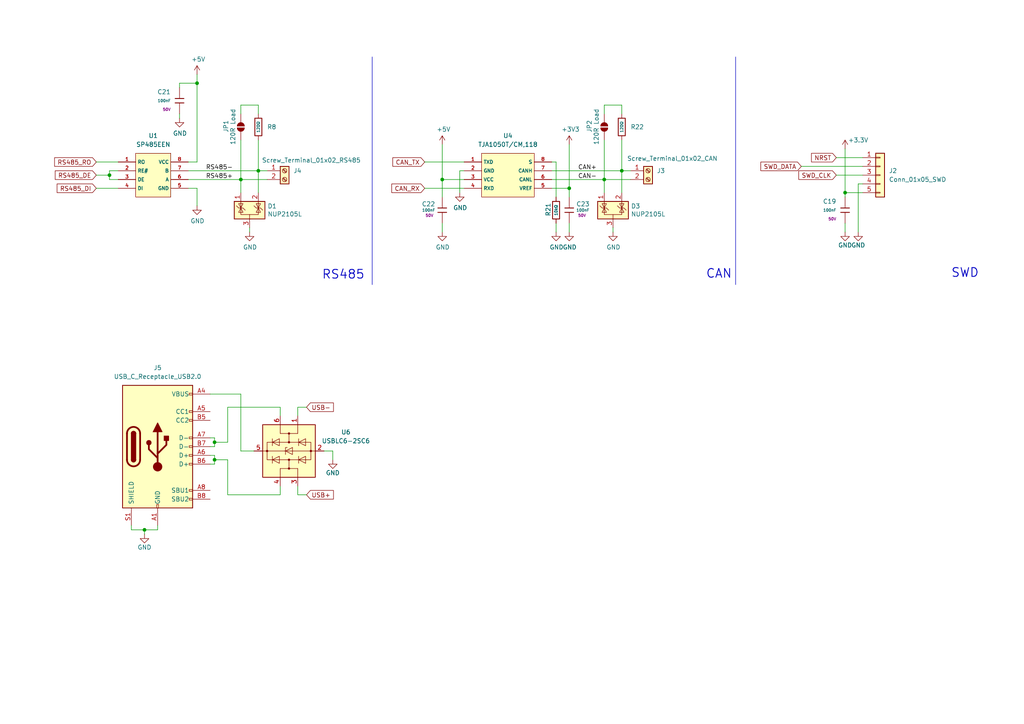
<source format=kicad_sch>
(kicad_sch (version 20250114) (generator "eeschema") (generator_version "9.0")
  (paper "A4")
  (lib_symbols
    (symbol "Connector:Screw_Terminal_01x02" (pin_names (offset 1.016) (hide yes))
      (property "Reference" "J" (at 0 2.54 0))
      (property "Value" "Screw_Terminal_01x02" (at 0 -5.08 0))
      (symbol "Screw_Terminal_01x02_1_1"
        (rectangle (start -1.27 1.27) (end 1.27 -3.81) (stroke (width 0.254)) (fill (type background)))
        (polyline (pts (xy -0.5334 0.3302) (xy 0.3302 -0.508)) (stroke (width 0.1524)))
        (polyline (pts (xy -0.5334 -2.2098) (xy 0.3302 -3.048)) (stroke (width 0.1524)))
        (polyline (pts (xy -0.3556 0.508) (xy 0.508 -0.3302)) (stroke (width 0.1524)))
        (polyline (pts (xy -0.3556 -2.032) (xy 0.508 -2.8702)) (stroke (width 0.1524)))
        (circle (center 0 0) (radius 0.635) (stroke (width 0.1524)))
        (circle (center 0 -2.54) (radius 0.635) (stroke (width 0.1524)))
        (pin passive line (at -5.08 0 0) (length 3.81) (name "Pin_1") (number "1"))
        (pin passive line (at -5.08 -2.54 0) (length 3.81) (name "Pin_2") (number "2"))
      )
    )
    (symbol "Connector:USB_C_Receptacle_USB2.0" (pin_names (offset 1.016))
      (property "Reference" "J" (at -10.16 19.05 0))
      (property "Value" "USB_C_Receptacle_USB2.0" (at 19.05 19.05 0))
      (symbol "USB_C_Receptacle_USB2.0_0_0"
        (rectangle (start -0.254 -17.78) (end 0.254 -16.764))
        (rectangle (start 10.16 15.494) (end 9.144 14.986))
        (rectangle (start 10.16 10.414) (end 9.144 9.906))
        (rectangle (start 10.16 7.874) (end 9.144 7.366))
        (rectangle (start 10.16 2.794) (end 9.144 2.286))
        (rectangle (start 10.16 0.254) (end 9.144 -0.254))
        (rectangle (start 10.16 -2.286) (end 9.144 -2.794))
        (rectangle (start 10.16 -4.826) (end 9.144 -5.334))
        (rectangle (start 10.16 -12.446) (end 9.144 -12.954))
        (rectangle (start 10.16 -14.986) (end 9.144 -15.494))
      )
      (symbol "USB_C_Receptacle_USB2.0_0_1"
        (rectangle (start -10.16 17.78) (end 10.16 -17.78) (stroke (width 0.254)) (fill (type background)))
        (polyline (pts (xy -8.89 -3.81) (xy -8.89 3.81)) (stroke (width 0.508)))
        (rectangle (start -7.62 -3.81) (end -6.35 3.81) (stroke (width 0.254)) (fill (type outline)))
        (arc (start -7.62 3.81) (mid -6.985 4.4422) (end -6.35 3.81) (stroke (width 0.254)))
        (arc (start -7.62 3.81) (mid -6.985 4.4422) (end -6.35 3.81) (stroke (width 0.254)) (fill (type outline)))
        (arc (start -8.89 3.81) (mid -6.985 5.7066) (end -5.08 3.81) (stroke (width 0.508)))
        (arc (start -5.08 -3.81) (mid -6.985 -5.7066) (end -8.89 -3.81) (stroke (width 0.508)))
        (arc (start -6.35 -3.81) (mid -6.985 -4.4422) (end -7.62 -3.81) (stroke (width 0.254)))
        (arc (start -6.35 -3.81) (mid -6.985 -4.4422) (end -7.62 -3.81) (stroke (width 0.254)) (fill (type outline)))
        (polyline (pts (xy -5.08 3.81) (xy -5.08 -3.81)) (stroke (width 0.508)))
        (circle (center -2.54 1.143) (radius 0.635) (stroke (width 0.254)) (fill (type outline)))
        (polyline (pts (xy -1.27 4.318) (xy 0 6.858) (xy 1.27 4.318) (xy -1.27 4.318)) (stroke (width 0.254)) (fill (type outline)))
        (polyline (pts (xy 0 -2.032) (xy 2.54 0.508) (xy 2.54 1.778)) (stroke (width 0.508)))
        (polyline (pts (xy 0 -3.302) (xy -2.54 -0.762) (xy -2.54 0.508)) (stroke (width 0.508)))
        (polyline (pts (xy 0 -5.842) (xy 0 4.318)) (stroke (width 0.508)))
        (circle (center 0 -5.842) (radius 1.27) (fill (type outline)))
        (rectangle (start 1.905 1.778) (end 3.175 3.048) (stroke (width 0.254)) (fill (type outline)))
      )
      (symbol "USB_C_Receptacle_USB2.0_1_1"
        (pin passive line (at -7.62 -22.86 90) (length 5.08) (name "SHIELD") (number "S1"))
        (pin passive line (at 0 -22.86 90) (length 5.08) (name "GND") (number "A1"))
        (pin passive line (at 0 -22.86 90) (length 5.08) (hide yes) (name "GND") (number "A12"))
        (pin passive line (at 0 -22.86 90) (length 5.08) (hide yes) (name "GND") (number "B1"))
        (pin passive line (at 0 -22.86 90) (length 5.08) (hide yes) (name "GND") (number "B12"))
        (pin passive line (at 15.24 15.24 180) (length 5.08) (name "VBUS") (number "A4"))
        (pin passive line (at 15.24 15.24 180) (length 5.08) (hide yes) (name "VBUS") (number "A9"))
        (pin passive line (at 15.24 15.24 180) (length 5.08) (hide yes) (name "VBUS") (number "B4"))
        (pin passive line (at 15.24 15.24 180) (length 5.08) (hide yes) (name "VBUS") (number "B9"))
        (pin bidirectional line (at 15.24 10.16 180) (length 5.08) (name "CC1") (number "A5"))
        (pin bidirectional line (at 15.24 7.62 180) (length 5.08) (name "CC2") (number "B5"))
        (pin bidirectional line (at 15.24 2.54 180) (length 5.08) (name "D-") (number "A7"))
        (pin bidirectional line (at 15.24 0 180) (length 5.08) (name "D-") (number "B7"))
        (pin bidirectional line (at 15.24 -2.54 180) (length 5.08) (name "D+") (number "A6"))
        (pin bidirectional line (at 15.24 -5.08 180) (length 5.08) (name "D+") (number "B6"))
        (pin bidirectional line (at 15.24 -12.7 180) (length 5.08) (name "SBU1") (number "A8"))
        (pin bidirectional line (at 15.24 -15.24 180) (length 5.08) (name "SBU2") (number "B8"))
      )
    )
    (symbol "Connector_Generic:Conn_01x05" (pin_names (offset 1.016) (hide yes))
      (property "Reference" "J" (at 0 7.62 0))
      (property "Value" "Conn_01x05" (at 0 -7.62 0))
      (symbol "Conn_01x05_1_1"
        (rectangle (start -1.27 6.35) (end 1.27 -6.35) (stroke (width 0.254)) (fill (type background)))
        (rectangle (start -1.27 5.207) (end 0 4.953) (stroke (width 0.1524)))
        (rectangle (start -1.27 2.667) (end 0 2.413) (stroke (width 0.1524)))
        (rectangle (start -1.27 0.127) (end 0 -0.127) (stroke (width 0.1524)))
        (rectangle (start -1.27 -2.413) (end 0 -2.667) (stroke (width 0.1524)))
        (rectangle (start -1.27 -4.953) (end 0 -5.207) (stroke (width 0.1524)))
        (pin passive line (at -5.08 5.08 0) (length 3.81) (name "Pin_1") (number "1"))
        (pin passive line (at -5.08 2.54 0) (length 3.81) (name "Pin_2") (number "2"))
        (pin passive line (at -5.08 0 0) (length 3.81) (name "Pin_3") (number "3"))
        (pin passive line (at -5.08 -2.54 0) (length 3.81) (name "Pin_4") (number "4"))
        (pin passive line (at -5.08 -5.08 0) (length 3.81) (name "Pin_5") (number "5"))
      )
    )
    (symbol "Jumper:SolderJumper_2_Open" (pin_numbers (hide yes)) (pin_names (offset 0) (hide yes)) (in_bom no)
      (property "Reference" "JP" (at 0 2.032 0))
      (property "Value" "SolderJumper_2_Open" (at 0 -2.54 0))
      (symbol "SolderJumper_2_Open_0_1"
        (polyline (pts (xy -0.254 1.016) (xy -0.254 -1.016)))
        (arc (start -0.254 -1.016) (mid -1.2656 0) (end -0.254 1.016))
        (arc (start -0.254 -1.016) (mid -1.2656 0) (end -0.254 1.016) (fill (type outline)))
        (arc (start 0.254 1.016) (mid 1.2656 0) (end 0.254 -1.016))
        (arc (start 0.254 1.016) (mid 1.2656 0) (end 0.254 -1.016) (fill (type outline)))
        (polyline (pts (xy 0.254 1.016) (xy 0.254 -1.016)))
      )
      (symbol "SolderJumper_2_Open_1_1"
        (pin passive line (at -3.81 0 0) (length 2.54) (name "A") (number "1"))
        (pin passive line (at 3.81 0 180) (length 2.54) (name "B") (number "2"))
      )
    )
    (symbol "PCM_JLCPCB-Capacitors:0603,100nF" (pin_numbers (hide yes)) (pin_names (offset 0))
      (property "Reference" "C" (at 2.032 1.668 0))
      (property "Value" "100nF" (at 2.032 -0.3782 0))
      (property "Voltage Rated" "50V" (at 2.032 -2.0462 0))
      (symbol "0603,100nF_0_1"
        (polyline (pts (xy -1.27 0.635) (xy 1.27 0.635)) (stroke (width 0.254)))
        (polyline (pts (xy -1.27 -0.635) (xy 1.27 -0.635)) (stroke (width 0.254)))
      )
      (symbol "0603,100nF_1_1"
        (pin passive line (at 0 3.81 270) (length 3.175) (name "~") (number "1"))
        (pin passive line (at 0 -3.81 90) (length 3.175) (name "~") (number "2"))
      )
    )
    (symbol "PCM_JLCPCB-Interface:Transceiver, CAN, TJA1050T"
      (property "Reference" "U" (at 0 1.27 0))
      (property "Value" "TJA1050T/CM,118" (at 0 9.144 0))
      (symbol "Transceiver, CAN, TJA1050T_0_1"
        (rectangle (start -7.62 7.62) (end 7.62 -5.08) (fill (type background)))
        (pin unspecified line (at -12.7 2.54 0) (length 5.08) (name "GND") (number "2"))
        (pin unspecified line (at -12.7 0 0) (length 5.08) (name "VCC") (number "3"))
        (pin unspecified line (at -12.7 -2.54 0) (length 5.08) (name "RXD") (number "4"))
        (pin unspecified line (at 12.7 5.08 180) (length 5.08) (name "S") (number "8"))
        (pin unspecified line (at 12.7 2.54 180) (length 5.08) (name "CANH") (number "7"))
        (pin unspecified line (at 12.7 0 180) (length 5.08) (name "CANL") (number "6"))
        (pin unspecified line (at 12.7 -2.54 180) (length 5.08) (name "VREF") (number "5"))
      )
      (symbol "Transceiver, CAN, TJA1050T_1_1"
        (pin unspecified line (at -12.7 5.08 0) (length 5.08) (name "TXD") (number "1"))
      )
    )
    (symbol "PCM_JLCPCB-Interface:Transceiver, RS485/422, 10Mbps, SP485EEN-L/TR"
      (property "Reference" "U" (at 0 1.27 0))
      (property "Value" "SP485EEN" (at 0 8.636 0))
      (symbol "Transceiver, RS485/422, 10Mbps, SP485EEN-L/TR_0_1"
        (rectangle (start -5.08 7.62) (end 5.08 -5.08) (fill (type background)))
        (pin unspecified line (at -10.16 5.08 0) (length 5.08) (name "RO") (number "1"))
        (pin unspecified line (at -10.16 2.54 0) (length 5.08) (name "RE#") (number "2"))
        (pin unspecified line (at -10.16 0 0) (length 5.08) (name "DE") (number "3"))
        (pin unspecified line (at -10.16 -2.54 0) (length 5.08) (name "DI") (number "4"))
        (pin unspecified line (at 10.16 5.08 180) (length 5.08) (name "VCC") (number "8"))
        (pin unspecified line (at 10.16 2.54 180) (length 5.08) (name "B") (number "7"))
        (pin unspecified line (at 10.16 0 180) (length 5.08) (name "A") (number "6"))
        (pin unspecified line (at 10.16 -2.54 180) (length 5.08) (name "GND") (number "5"))
      )
    )
    (symbol "PCM_JLCPCB-Resistors:0603,10kΩ" (pin_numbers (hide yes)) (pin_names (offset 0))
      (property "Reference" "R" (at 1.778 0 0))
      (property "Value" "10kΩ" (at 0 0 90))
      (symbol "0603,10kΩ_0_1"
        (rectangle (start -1.016 2.54) (end 1.016 -2.54) (stroke (width 0.254)))
      )
      (symbol "0603,10kΩ_1_1"
        (pin passive line (at 0 3.81 270) (length 1.27) (name "~") (number "1"))
        (pin passive line (at 0 -3.81 90) (length 1.27) (name "~") (number "2"))
      )
    )
    (symbol "PCM_JLCPCB-Resistors:0603,120Ω" (pin_numbers (hide yes)) (pin_names (offset 0))
      (property "Reference" "R" (at 1.778 0 0))
      (property "Value" "120Ω" (at 0 0 90))
      (symbol "0603,120Ω_0_1"
        (rectangle (start -1.016 2.54) (end 1.016 -2.54) (stroke (width 0.254)))
      )
      (symbol "0603,120Ω_1_1"
        (pin passive line (at 0 3.81 270) (length 1.27) (name "~") (number "1"))
        (pin passive line (at 0 -3.81 90) (length 1.27) (name "~") (number "2"))
      )
    )
    (symbol "Power_Protection:NUP2105L" (pin_names (hide yes))
      (property "Reference" "D" (at 5.715 2.54 0))
      (property "Value" "NUP2105L" (at 5.715 0.635 0))
      (symbol "NUP2105L_0_0"
        (pin passive line (at 0 -5.08 90) (length 2.54) (name "A") (number "3"))
      )
      (symbol "NUP2105L_0_1"
        (rectangle (start -4.445 2.54) (end 4.445 -2.54) (stroke (width 0.254)) (fill (type background)))
        (polyline (pts (xy -3.81 1.27) (xy -3.175 0.635) (xy -1.905 0.635) (xy -1.27 0)))
        (polyline (pts (xy -2.54 2.54) (xy -2.54 0.635)))
        (polyline (pts (xy -2.54 0.635) (xy -2.54 -1.27) (xy 2.54 -1.27) (xy 2.54 0.635)))
        (polyline (pts (xy -2.54 0.635) (xy -1.905 -0.635) (xy -3.175 -0.635) (xy -2.54 0.635)))
        (polyline (pts (xy -2.54 0.635) (xy -3.175 1.905) (xy -1.905 1.905) (xy -2.54 0.635) (xy -2.54 1.27)))
        (polyline (pts (xy 0 -1.27) (xy 0 -2.54)))
        (polyline (pts (xy 1.27 1.27) (xy 1.905 0.635) (xy 2.54 0.635) (xy 3.175 0.635) (xy 3.81 0)))
        (polyline (pts (xy 2.54 2.54) (xy 2.54 0.635)))
        (polyline (pts (xy 2.54 0.635) (xy 1.905 -0.635) (xy 3.175 -0.635) (xy 2.54 0.635)))
        (polyline (pts (xy 2.54 0.635) (xy 3.175 1.905) (xy 1.905 1.905) (xy 2.54 0.635)))
      )
      (symbol "NUP2105L_1_1"
        (pin passive line (at -2.54 5.08 270) (length 2.54) (name "K") (number "1"))
        (pin passive line (at 2.54 5.08 270) (length 2.54) (name "K") (number "2"))
      )
    )
    (symbol "Power_Protection:USBLC6-2SC6" (pin_names (hide yes))
      (property "Reference" "U" (at 2.54 8.89 0))
      (property "Value" "USBLC6-2SC6" (at 2.54 -8.89 0))
      (symbol "USBLC6-2SC6_0_1"
        (rectangle (start -7.62 -7.62) (end 7.62 7.62) (stroke (width 0.254)) (fill (type background)))
        (polyline (pts (xy -5.08 2.54) (xy -7.62 2.54)))
        (circle (center -5.08 0) (radius 0.254) (fill (type outline)))
        (polyline (pts (xy -5.08 0) (xy -5.08 -2.54)))
        (polyline (pts (xy -5.08 -2.54) (xy -7.62 -2.54)))
        (polyline (pts (xy -3.556 2.794) (xy -1.524 2.794) (xy -2.54 4.826) (xy -3.556 2.794)))
        (polyline (pts (xy -3.556 -4.826) (xy -1.524 -4.826) (xy -2.54 -2.794) (xy -3.556 -4.826)))
        (rectangle (start -2.54 6.35) (end 2.54 -6.35))
        (circle (center -2.54 0) (radius 0.254) (fill (type outline)))
        (polyline (pts (xy -2.54 0) (xy -5.08 0) (xy -5.08 2.54)))
        (polyline (pts (xy -1.524 4.826) (xy -3.556 4.826)))
        (polyline (pts (xy -1.524 -2.794) (xy -3.556 -2.794)))
        (polyline (pts (xy -1.016 -1.016) (xy 1.016 -1.016) (xy 0 1.016) (xy -1.016 -1.016)))
        (circle (center 0 6.35) (radius 0.254) (fill (type outline)))
        (polyline (pts (xy 0 6.35) (xy 0 7.62)))
        (polyline (pts (xy 0 1.27) (xy 0 6.35)))
        (polyline (pts (xy 0 -6.35) (xy 0 1.27)))
        (circle (center 0 -6.35) (radius 0.254) (fill (type outline)))
        (polyline (pts (xy 0 -7.62) (xy 0 -6.35)))
        (polyline (pts (xy 1.016 1.016) (xy 0.762 1.016) (xy -1.016 1.016) (xy -1.016 0.508)))
        (polyline (pts (xy 1.524 4.826) (xy 3.556 4.826)))
        (polyline (pts (xy 1.524 -2.794) (xy 3.556 -2.794)))
        (polyline (pts (xy 2.54 0) (xy 5.08 0) (xy 5.08 2.54)))
        (circle (center 2.54 0) (radius 0.254) (fill (type outline)))
        (polyline (pts (xy 3.556 2.794) (xy 1.524 2.794) (xy 2.54 4.826) (xy 3.556 2.794)))
        (polyline (pts (xy 3.556 -4.826) (xy 1.524 -4.826) (xy 2.54 -2.794) (xy 3.556 -4.826)))
        (polyline (pts (xy 5.08 2.54) (xy 7.62 2.54)))
        (polyline (pts (xy 5.08 0) (xy 5.08 -2.54)))
        (circle (center 5.08 0) (radius 0.254) (fill (type outline)))
        (polyline (pts (xy 5.08 -2.54) (xy 7.62 -2.54)))
      )
      (symbol "USBLC6-2SC6_1_1"
        (pin passive line (at -10.16 2.54 0) (length 2.54) (name "I/O1") (number "6"))
        (pin passive line (at -10.16 -2.54 0) (length 2.54) (name "I/O1") (number "1"))
        (pin passive line (at 0 10.16 270) (length 2.54) (name "VBUS") (number "5"))
        (pin passive line (at 0 -10.16 90) (length 2.54) (name "GND") (number "2"))
        (pin passive line (at 10.16 2.54 180) (length 2.54) (name "I/O2") (number "4"))
        (pin passive line (at 10.16 -2.54 180) (length 2.54) (name "I/O2") (number "3"))
      )
    )
    (symbol "allDrive-rescue:+3.3V-power" (power) (pin_names (offset 0))
      (property "Value" "+3.3V-power" (at 0 3.556 0))
      (symbol "+3.3V-power_0_1"
        (polyline (pts (xy -0.762 1.27) (xy 0 2.54)))
        (polyline (pts (xy 0 2.54) (xy 0.762 1.27)))
        (polyline (pts (xy 0 0) (xy 0 2.54)))
      )
      (symbol "+3.3V-power_1_1"
        (pin power_in line (at 0 0 90) (length 0) (hide yes) (name "+3V3") (number "1"))
      )
    )
    (symbol "power:+3.3V" (power) (pin_names (offset 0))
      (property "Value" "+3.3V" (at 0 3.556 0))
      (symbol "+3.3V_0_1"
        (polyline (pts (xy -0.762 1.27) (xy 0 2.54)))
        (polyline (pts (xy 0 2.54) (xy 0.762 1.27)))
        (polyline (pts (xy 0 0) (xy 0 2.54)))
      )
      (symbol "+3.3V_1_1"
        (pin power_in line (at 0 0 90) (length 0) (hide yes) (name "+3.3V") (number "1"))
      )
    )
    (symbol "power:+5V" (power) (pin_names (offset 0))
      (property "Value" "+5V" (at 0 3.556 0))
      (symbol "+5V_0_1"
        (polyline (pts (xy -0.762 1.27) (xy 0 2.54)))
        (polyline (pts (xy 0 2.54) (xy 0.762 1.27)))
        (polyline (pts (xy 0 0) (xy 0 2.54)))
      )
      (symbol "+5V_1_1"
        (pin power_in line (at 0 0 90) (length 0) (hide yes) (name "+5V") (number "1"))
      )
    )
    (symbol "power:GND" (power) (pin_names (offset 0))
      (property "Value" "GND" (at 0 -3.81 0))
      (symbol "GND_0_1"
        (polyline (pts (xy 0 0) (xy 0 -1.27) (xy 1.27 -1.27) (xy 0 -2.54) (xy -1.27 -1.27) (xy 0 -1.27)))
      )
      (symbol "GND_1_1"
        (pin power_in line (at 0 0 270) (length 0) (hide yes) (name "GND") (number "1"))
      )
    )
  )
  (text "RS485" (at 99.568 79.756 0) (effects (font (size 2.54 2.54) (thickness 0.254) (bold yes))))
  (text "SWD" (at 279.908 79.248 0) (effects (font (size 2.54 2.54) (thickness 0.254) (bold yes))))
  (text "CAN" (at 208.534 79.502 0) (effects (font (size 2.54 2.54) (thickness 0.254) (bold yes))))
  (junction (at 74.93 49.53))
  (junction (at 175.26 52.07))
  (junction (at 128.27 52.07))
  (junction (at 31.75 50.8))
  (junction (at 62.23 128.27))
  (junction (at 62.23 133.35))
  (junction (at 180.34 49.53))
  (junction (at 165.1 54.61))
  (junction (at 57.15 24.13))
  (junction (at 69.85 52.07))
  (junction (at 245.11 55.88))
  (junction (at 41.91 153.67))
  (wire (pts (xy 52.07 33.02) (xy 52.07 34.29)))
  (wire (pts (xy 38.1 153.67) (xy 41.91 153.67)))
  (wire (pts (xy 74.93 49.53) (xy 77.47 49.53)))
  (wire (pts (xy 57.15 21.59) (xy 57.15 24.13)))
  (wire (pts (xy 52.07 24.13) (xy 57.15 24.13)))
  (wire (pts (xy 66.04 118.11) (xy 81.28 118.11)))
  (wire (pts (xy 74.93 40.64) (xy 74.93 49.53)))
  (wire (pts (xy 69.85 52.07) (xy 69.85 55.88)))
  (wire (pts (xy 27.94 46.99) (xy 34.29 46.99)))
  (wire (pts (xy 175.26 30.48) (xy 180.34 30.48)))
  (wire (pts (xy 57.15 54.61) (xy 57.15 59.69)))
  (wire (pts (xy 38.1 152.4) (xy 38.1 153.67)))
  (wire (pts (xy 69.85 33.02) (xy 69.85 30.48)))
  (wire (pts (xy 74.93 49.53) (xy 74.93 55.88)))
  (wire (pts (xy 165.1 64.77) (xy 165.1 67.31)))
  (wire (pts (xy 175.26 52.07) (xy 175.26 40.64)))
  (wire (pts (xy 66.04 128.27) (xy 66.04 118.11)))
  (wire (pts (xy 128.27 52.07) (xy 128.27 57.15)))
  (wire (pts (xy 54.61 46.99) (xy 57.15 46.99)))
  (wire (pts (xy 57.15 46.99) (xy 57.15 24.13)))
  (wire (pts (xy 27.94 50.8) (xy 31.75 50.8)))
  (wire (pts (xy 60.96 132.08) (xy 62.23 132.08)))
  (wire (pts (xy 41.91 153.67) (xy 45.72 153.67)))
  (wire (pts (xy 165.1 41.91) (xy 165.1 54.61)))
  (wire (pts (xy 123.19 46.99) (xy 134.62 46.99)))
  (wire (pts (xy 250.19 53.34) (xy 248.92 53.34)))
  (wire (pts (xy 128.27 64.77) (xy 128.27 67.31)))
  (wire (pts (xy 69.85 130.81) (xy 73.66 130.81)))
  (wire (pts (xy 180.34 33.02) (xy 180.34 30.48)))
  (wire (pts (xy 86.36 120.65) (xy 86.36 118.11)))
  (wire (pts (xy 245.11 55.88) (xy 250.19 55.88)))
  (polyline (pts (xy 107.95 16.51) (xy 107.95 82.55)))
  (wire (pts (xy 54.61 52.07) (xy 69.85 52.07)))
  (wire (pts (xy 133.35 55.88) (xy 133.35 49.53)))
  (wire (pts (xy 96.52 130.81) (xy 96.52 133.35)))
  (wire (pts (xy 128.27 52.07) (xy 134.62 52.07)))
  (polyline (pts (xy 213.36 16.51) (xy 213.36 82.55)))
  (wire (pts (xy 62.23 133.35) (xy 62.23 134.62)))
  (wire (pts (xy 52.07 25.4) (xy 52.07 24.13)))
  (wire (pts (xy 57.15 54.61) (xy 54.61 54.61)))
  (wire (pts (xy 180.34 49.53) (xy 182.88 49.53)))
  (wire (pts (xy 133.35 49.53) (xy 134.62 49.53)))
  (wire (pts (xy 41.91 153.67) (xy 41.91 154.94)))
  (wire (pts (xy 86.36 143.51) (xy 88.9 143.51)))
  (wire (pts (xy 123.19 54.61) (xy 134.62 54.61)))
  (wire (pts (xy 245.11 64.77) (xy 245.11 67.31)))
  (wire (pts (xy 175.26 33.02) (xy 175.26 30.48)))
  (wire (pts (xy 161.29 57.15) (xy 161.29 46.99)))
  (wire (pts (xy 60.96 134.62) (xy 62.23 134.62)))
  (wire (pts (xy 31.75 49.53) (xy 31.75 50.8)))
  (wire (pts (xy 31.75 52.07) (xy 34.29 52.07)))
  (wire (pts (xy 175.26 52.07) (xy 175.26 55.88)))
  (wire (pts (xy 93.98 130.81) (xy 96.52 130.81)))
  (wire (pts (xy 248.92 53.34) (xy 248.92 67.31)))
  (wire (pts (xy 62.23 127) (xy 62.23 128.27)))
  (wire (pts (xy 45.72 153.67) (xy 45.72 152.4)))
  (wire (pts (xy 242.57 50.8) (xy 250.19 50.8)))
  (wire (pts (xy 34.29 54.61) (xy 27.94 54.61)))
  (wire (pts (xy 62.23 133.35) (xy 66.04 133.35)))
  (wire (pts (xy 62.23 128.27) (xy 66.04 128.27)))
  (wire (pts (xy 54.61 49.53) (xy 74.93 49.53)))
  (wire (pts (xy 72.39 66.04) (xy 72.39 67.31)))
  (wire (pts (xy 128.27 41.91) (xy 128.27 52.07)))
  (wire (pts (xy 69.85 114.3) (xy 69.85 130.81)))
  (wire (pts (xy 86.36 118.11) (xy 88.9 118.11)))
  (wire (pts (xy 60.96 114.3) (xy 69.85 114.3)))
  (wire (pts (xy 69.85 30.48) (xy 74.93 30.48)))
  (wire (pts (xy 31.75 50.8) (xy 31.75 52.07)))
  (wire (pts (xy 74.93 33.02) (xy 74.93 30.48)))
  (wire (pts (xy 60.96 127) (xy 62.23 127)))
  (wire (pts (xy 81.28 118.11) (xy 81.28 120.65)))
  (wire (pts (xy 81.28 143.51) (xy 81.28 140.97)))
  (wire (pts (xy 161.29 46.99) (xy 160.02 46.99)))
  (wire (pts (xy 242.57 45.72) (xy 250.19 45.72)))
  (wire (pts (xy 86.36 140.97) (xy 86.36 143.51)))
  (wire (pts (xy 69.85 52.07) (xy 69.85 40.64)))
  (wire (pts (xy 180.34 40.64) (xy 180.34 49.53)))
  (wire (pts (xy 177.8 66.04) (xy 177.8 67.31)))
  (wire (pts (xy 160.02 52.07) (xy 175.26 52.07)))
  (wire (pts (xy 161.29 64.77) (xy 161.29 67.31)))
  (wire (pts (xy 180.34 49.53) (xy 180.34 55.88)))
  (wire (pts (xy 245.11 55.88) (xy 245.11 57.15)))
  (wire (pts (xy 165.1 54.61) (xy 165.1 57.15)))
  (wire (pts (xy 34.29 49.53) (xy 31.75 49.53)))
  (wire (pts (xy 66.04 133.35) (xy 66.04 143.51)))
  (wire (pts (xy 62.23 132.08) (xy 62.23 133.35)))
  (wire (pts (xy 232.41 48.26) (xy 250.19 48.26)))
  (wire (pts (xy 69.85 52.07) (xy 77.47 52.07)))
  (wire (pts (xy 175.26 52.07) (xy 182.88 52.07)))
  (wire (pts (xy 160.02 54.61) (xy 165.1 54.61)))
  (wire (pts (xy 60.96 129.54) (xy 62.23 129.54)))
  (wire (pts (xy 62.23 128.27) (xy 62.23 129.54)))
  (wire (pts (xy 160.02 49.53) (xy 180.34 49.53)))
  (wire (pts (xy 66.04 143.51) (xy 81.28 143.51)))
  (wire (pts (xy 245.11 43.18) (xy 245.11 55.88)))
  (label "RS485+" (at 59.69 52.07 0))
  (label "CAN+" (at 167.64 49.53 0))
  (label "CAN-" (at 167.64 52.07 0))
  (label "RS485-" (at 59.69 49.53 0))
  (global_label "SWD_DATA" (shape input) (at 232.41 48.26 180) (property "Intersheetrefs" "${INTERSHEET_REFS}" (effects (hide yes))))
  (global_label "USB+" (shape input) (at 88.9 143.51 0) (property "Intersheetrefs" "${INTERSHEET_REFS}" (effects (hide yes))))
  (global_label "SWD_CLK" (shape input) (at 242.57 50.8 180) (property "Intersheetrefs" "${INTERSHEET_REFS}" (effects (hide yes))))
  (global_label "USB-" (shape input) (at 88.9 118.11 0) (property "Intersheetrefs" "${INTERSHEET_REFS}" (effects (hide yes))))
  (global_label "RS485_RO" (shape input) (at 27.94 46.99 180) (property "Intersheetrefs" "${INTERSHEET_REFS}" (effects (hide yes))))
  (global_label "RS485_DE" (shape input) (at 27.94 50.8 180) (property "Intersheetrefs" "${INTERSHEET_REFS}" (effects (hide yes))))
  (global_label "RS485_DI" (shape input) (at 27.94 54.61 180) (property "Intersheetrefs" "${INTERSHEET_REFS}" (effects (hide yes))))
  (global_label "CAN_RX" (shape input) (at 123.19 54.61 180) (property "Intersheetrefs" "${INTERSHEET_REFS}" (effects (hide yes))))
  (global_label "CAN_TX" (shape input) (at 123.19 46.99 180) (property "Intersheetrefs" "${INTERSHEET_REFS}" (effects (hide yes))))
  (global_label "NRST" (shape input) (at 242.57 45.72 180) (property "Intersheetrefs" "${INTERSHEET_REFS}" (effects (hide yes))))
  (symbol (lib_id "PCM_JLCPCB-Capacitors:0603,100nF") (at 165.1 60.96 0) (unit 1)
    (property "Reference" "C23" (at 167.132 59.182 0) (effects (justify left)))
    (property "Value" "100nF" (at 167.132 60.96 0) (effects (font (size 0.8 0.8)) (justify left)))
    (property "Footprint" "PCM_JLCPCB:C_0603" (effects (hide yes)))
    (property "Datasheet" "https://www.lcsc.com/datasheet/lcsc_datasheet_2211101700_YAGEO-CC0603KRX7R9BB104_C14663.pdf" (effects (hide yes)))
    (property "Description" "50V 100nF X7R ±10% 0603 Multilayer Ceramic Capacitors MLCC - SMD/SMT ROHS" (effects (hide yes)))
    (property "LCSC" "C14663" (effects (hide yes)))
    (property "Stock" "70324515" (effects (hide yes)))
    (property "Price" "0.006USD" (effects (hide yes)))
    (property "Process" "SMT" (effects (hide yes)))
    (property "Minimum Qty" "20" (effects (hide yes)))
    (property "Attrition Qty" "10" (effects (hide yes)))
    (property "Class" "Basic Component" (effects (hide yes)))
    (property "Category" "Capacitors,Multilayer Ceramic Capacitors MLCC - SMD/SMT" (effects (hide yes)))
    (property "Manufacturer" "YAGEO" (effects (hide yes)))
    (property "Part" "CC0603KRX7R9BB104" (effects (hide yes)))
    (property "Voltage Rated" "50V" (at 167.64 62.484 0) (effects (font (size 0.8 0.8)) (justify left)))
    (property "Tolerance" "±10%" (effects (hide yes)))
    (property "Capacitance" "100nF" (effects (hide yes)))
    (property "Temperature Coefficient" "X7R" (effects (hide yes)))
  )
  (symbol (lib_id "power:GND") (at 57.15 59.69 0) (unit 1)
    (property "Reference" "#PWR0145" (effects (hide yes)))
    (property "Value" "GND" (at 57.277 64.0842 0))
  )
  (symbol (lib_id "PCM_JLCPCB-Resistors:0603,120Ω") (at 74.93 36.83 0) (unit 1)
    (property "Reference" "R8" (at 77.47 36.8299 0) (effects (justify left)))
    (property "Value" "120Ω" (at 74.93 36.83 90) (effects (font (size 0.8 0.8))))
    (property "Footprint" "PCM_JLCPCB:R_0603" (effects (hide yes)))
    (property "Datasheet" "https://www.lcsc.com/datasheet/lcsc_datasheet_2206010130_UNI-ROYAL-Uniroyal-Elec-0603WAF1200T5E_C22787.pdf" (effects (hide yes)))
    (property "Description" "100mW Thick Film Resistors 75V ±100ppm/°C ±1% 120Ω 0603 Chip Resistor - Surface Mount ROHS" (effects (hide yes)))
    (property "LCSC" "C22787" (effects (hide yes)))
    (property "Stock" "1670032" (effects (hide yes)))
    (property "Price" "0.004USD" (effects (hide yes)))
    (property "Process" "SMT" (effects (hide yes)))
    (property "Minimum Qty" "20" (effects (hide yes)))
    (property "Attrition Qty" "10" (effects (hide yes)))
    (property "Class" "Basic Component" (effects (hide yes)))
    (property "Category" "Resistors,Chip Resistor - Surface Mount" (effects (hide yes)))
    (property "Manufacturer" "UNI-ROYAL(Uniroyal Elec)" (effects (hide yes)))
    (property "Part" "0603WAF1200T5E" (effects (hide yes)))
    (property "Resistance" "120Ω" (effects (hide yes)))
    (property "Power(Watts)" "100mW" (effects (hide yes)))
    (property "Type" "Thick Film Resistors" (effects (hide yes)))
    (property "Overload Voltage (Max)" "75V" (effects (hide yes)))
    (property "Operating Temperature Range" "-55°C~+155°C" (effects (hide yes)))
    (property "Tolerance" "±1%" (effects (hide yes)))
    (property "Temperature Coefficient" "±100ppm/°C" (effects (hide yes)))
  )
  (symbol (lib_id "Connector:Screw_Terminal_01x02") (at 187.96 49.53 0) (unit 1)
    (property "Reference" "J3" (at 190.5 49.5299 0) (effects (justify left)))
    (property "Value" "Screw_Terminal_01x02_CAN" (at 181.864 45.974 0) (effects (justify left)))
  )
  (symbol (lib_id "Jumper:SolderJumper_2_Open") (at 69.85 36.83 90) (unit 1) (in_bom no)
    (property "Reference" "JP1" (at 65.532 34.798 0) (effects (justify right)))
    (property "Value" "120R Load" (at 67.564 31.496 0) (effects (justify right)))
    (property "Description" "Solder Jumper, 2-pole, open" (effects (hide yes)))
  )
  (symbol (lib_id "power:+3.3V") (at 245.11 43.18 0) (unit 1)
    (property "Reference" "#PWR0147" (effects (hide yes)))
    (property "Value" "+3.3V" (at 248.92 40.64 0))
  )
  (symbol (lib_id "Power_Protection:NUP2105L") (at 72.39 60.96 0) (unit 1)
    (property "Reference" "D1" (at 77.597 59.7916 0) (effects (justify left)))
    (property "Value" "NUP2105L" (at 77.597 62.103 0) (effects (justify left)))
    (property "Footprint" "asemsys_footprint_lib:SOT23-3" (effects (hide yes)))
    (property "Datasheet" "http://www.onsemi.com/pub_link/Collateral/NUP2105L-D.PDF" (effects (hide yes)))
  )
  (symbol (lib_id "power:GND") (at 161.29 67.31 0) (unit 1)
    (property "Reference" "#PWR029" (effects (hide yes)))
    (property "Value" "GND" (at 161.417 71.7042 0))
  )
  (symbol (lib_id "power:GND") (at 72.39 67.31 0) (unit 1)
    (property "Reference" "#PWR0146" (effects (hide yes)))
    (property "Value" "GND" (at 72.517 71.7042 0))
  )
  (symbol (lib_id "Connector_Generic:Conn_01x05") (at 255.27 50.8 0) (unit 1)
    (property "Reference" "J2" (at 257.81 49.5299 0) (effects (justify left)))
    (property "Value" "Conn_01x05_SWD" (at 257.81 52.0699 0) (effects (justify left)))
  )
  (symbol (lib_id "PCM_JLCPCB-Resistors:0603,120Ω") (at 180.34 36.83 0) (unit 1)
    (property "Reference" "R22" (at 182.88 36.8299 0) (effects (justify left)))
    (property "Value" "120Ω" (at 180.34 36.83 90) (effects (font (size 0.8 0.8))))
    (property "Footprint" "PCM_JLCPCB:R_0603" (effects (hide yes)))
    (property "Datasheet" "https://www.lcsc.com/datasheet/lcsc_datasheet_2206010130_UNI-ROYAL-Uniroyal-Elec-0603WAF1200T5E_C22787.pdf" (effects (hide yes)))
    (property "Description" "100mW Thick Film Resistors 75V ±100ppm/°C ±1% 120Ω 0603 Chip Resistor - Surface Mount ROHS" (effects (hide yes)))
    (property "LCSC" "C22787" (effects (hide yes)))
    (property "Stock" "1670032" (effects (hide yes)))
    (property "Price" "0.004USD" (effects (hide yes)))
    (property "Process" "SMT" (effects (hide yes)))
    (property "Minimum Qty" "20" (effects (hide yes)))
    (property "Attrition Qty" "10" (effects (hide yes)))
    (property "Class" "Basic Component" (effects (hide yes)))
    (property "Category" "Resistors,Chip Resistor - Surface Mount" (effects (hide yes)))
    (property "Manufacturer" "UNI-ROYAL(Uniroyal Elec)" (effects (hide yes)))
    (property "Part" "0603WAF1200T5E" (effects (hide yes)))
    (property "Resistance" "120Ω" (effects (hide yes)))
    (property "Power(Watts)" "100mW" (effects (hide yes)))
    (property "Type" "Thick Film Resistors" (effects (hide yes)))
    (property "Overload Voltage (Max)" "75V" (effects (hide yes)))
    (property "Operating Temperature Range" "-55°C~+155°C" (effects (hide yes)))
    (property "Tolerance" "±1%" (effects (hide yes)))
    (property "Temperature Coefficient" "±100ppm/°C" (effects (hide yes)))
  )
  (symbol (lib_id "allDrive-rescue:+3.3V-power") (at 165.1 41.91 0) (unit 1)
    (property "Reference" "#PWR026" (effects (hide yes)))
    (property "Value" "+3V3" (at 165.481 37.5158 0))
  )
  (symbol (lib_id "power:GND") (at 128.27 67.31 0) (unit 1)
    (property "Reference" "#PWR027" (effects (hide yes)))
    (property "Value" "GND" (at 128.397 71.7042 0))
  )
  (symbol (lib_id "power:GND") (at 41.91 154.94 0) (unit 1)
    (property "Reference" "#PWR0142" (effects (hide yes)))
    (property "Value" "GND" (at 41.91 158.75 0))
  )
  (symbol (lib_id "Power_Protection:NUP2105L") (at 177.8 60.96 0) (unit 1)
    (property "Reference" "D3" (at 183.007 59.7916 0) (effects (justify left)))
    (property "Value" "NUP2105L" (at 183.007 62.103 0) (effects (justify left)))
    (property "Footprint" "asemsys_footprint_lib:SOT23-3" (effects (hide yes)))
    (property "Datasheet" "http://www.onsemi.com/pub_link/Collateral/NUP2105L-D.PDF" (effects (hide yes)))
  )
  (symbol (lib_id "Power_Protection:USBLC6-2SC6") (at 83.82 130.81 90) (mirror x) (unit 1)
    (property "Reference" "U6" (at 100.33 125.3488 90))
    (property "Value" "USBLC6-2SC6" (at 100.33 127.8888 90))
    (property "Footprint" "Package_TO_SOT_SMD:SOT-23-6" (effects (hide yes)))
    (property "Datasheet" "https://www.st.com/resource/en/datasheet/usblc6-2.pdf" (effects (hide yes)))
  )
  (symbol (lib_id "power:GND") (at 248.92 67.31 0) (unit 1)
    (property "Reference" "#PWR0144" (effects (hide yes)))
    (property "Value" "GND" (at 248.92 71.12 0))
  )
  (symbol (lib_id "PCM_JLCPCB-Interface:Transceiver, CAN, TJA1050T") (at 147.32 52.07 0) (unit 1)
    (property "Reference" "U4" (at 147.32 39.37 0))
    (property "Value" "TJA1050T/CM,118" (at 147.32 41.91 0))
    (property "Footprint" "PCM_JLCPCB:SOIC-8_L5.0-W4.0-P1.27-LS6.0-BL" (effects (hide yes)))
    (property "Datasheet" "https://www.nxp.com/docs/en/data-sheet/TJA1050.pdf" (effects (hide yes)))
    (property "Description" "Transceiver SOP-8 CAN Transceivers ROHS" (effects (hide yes)))
    (property "LCSC" "C6952" (effects (hide yes)))
    (property "Stock" "85735" (effects (hide yes)))
    (property "Price" "0.675USD" (effects (hide yes)))
    (property "Process" "SMT" (effects (hide yes)))
    (property "Minimum Qty" "1" (effects (hide yes)))
    (property "Attrition Qty" "0" (effects (hide yes)))
    (property "Class" "Preferred Component" (effects (hide yes)))
    (property "Category" "Communication Interface Chip/UART/485/232,CAN ICs" (effects (hide yes)))
    (property "Manufacturer" "NXP Semicon" (effects (hide yes)))
    (property "Part" "TJA1050T/CM,118" (effects (hide yes)))
    (property "Supply Voltage" "4.75V~5.25V" (effects (hide yes)))
    (property "Supply Current" "50mA" (effects (hide yes)))
    (property "Type" "Transceiver" (effects (hide yes)))
  )
  (symbol (lib_id "power:GND") (at 177.8 67.31 0) (unit 1)
    (property "Reference" "#PWR028" (effects (hide yes)))
    (property "Value" "GND" (at 177.927 71.7042 0))
  )
  (symbol (lib_id "PCM_JLCPCB-Capacitors:0603,100nF") (at 52.07 29.21 0) (mirror y) (unit 1)
    (property "Reference" "C21" (at 49.53 26.6699 0) (effects (justify left)))
    (property "Value" "100nF" (at 49.53 29.21 0) (effects (font (size 0.8 0.8)) (justify left)))
    (property "Footprint" "PCM_JLCPCB:C_0603" (effects (hide yes)))
    (property "Datasheet" "https://www.lcsc.com/datasheet/lcsc_datasheet_2211101700_YAGEO-CC0603KRX7R9BB104_C14663.pdf" (effects (hide yes)))
    (property "Description" "50V 100nF X7R ±10% 0603 Multilayer Ceramic Capacitors MLCC - SMD/SMT ROHS" (effects (hide yes)))
    (property "LCSC" "C14663" (effects (hide yes)))
    (property "Stock" "70324515" (effects (hide yes)))
    (property "Price" "0.006USD" (effects (hide yes)))
    (property "Process" "SMT" (effects (hide yes)))
    (property "Minimum Qty" "20" (effects (hide yes)))
    (property "Attrition Qty" "10" (effects (hide yes)))
    (property "Class" "Basic Component" (effects (hide yes)))
    (property "Category" "Capacitors,Multilayer Ceramic Capacitors MLCC - SMD/SMT" (effects (hide yes)))
    (property "Manufacturer" "YAGEO" (effects (hide yes)))
    (property "Part" "CC0603KRX7R9BB104" (effects (hide yes)))
    (property "Voltage Rated" "50V" (at 49.53 31.75 0) (effects (font (size 0.8 0.8)) (justify left)))
    (property "Tolerance" "±10%" (effects (hide yes)))
    (property "Capacitance" "100nF" (effects (hide yes)))
    (property "Temperature Coefficient" "X7R" (effects (hide yes)))
  )
  (symbol (lib_id "Connector:Screw_Terminal_01x02") (at 82.55 49.53 0) (unit 1)
    (property "Reference" "J4" (at 85.09 49.5299 0) (effects (justify left)))
    (property "Value" "Screw_Terminal_01x02_RS485" (at 75.946 46.482 0) (effects (justify left)))
  )
  (symbol (lib_id "power:GND") (at 245.11 67.31 0) (unit 1)
    (property "Reference" "#PWR021" (effects (hide yes)))
    (property "Value" "GND" (at 245.11 71.12 0))
  )
  (symbol (lib_id "power:GND") (at 165.1 67.31 0) (unit 1)
    (property "Reference" "#PWR030" (effects (hide yes)))
    (property "Value" "GND" (at 165.227 71.7042 0))
  )
  (symbol (lib_id "power:GND") (at 133.35 55.88 0) (unit 1)
    (property "Reference" "#PWR025" (effects (hide yes)))
    (property "Value" "GND" (at 133.477 60.2742 0))
  )
  (symbol (lib_id "PCM_JLCPCB-Capacitors:0603,100nF") (at 245.11 60.96 0) (mirror y) (unit 1)
    (property "Reference" "C19" (at 242.57 58.4199 0) (effects (justify left)))
    (property "Value" "100nF" (at 242.57 60.96 0) (effects (font (size 0.8 0.8)) (justify left)))
    (property "Footprint" "PCM_JLCPCB:C_0603" (effects (hide yes)))
    (property "Datasheet" "https://www.lcsc.com/datasheet/lcsc_datasheet_2211101700_YAGEO-CC0603KRX7R9BB104_C14663.pdf" (effects (hide yes)))
    (property "Description" "50V 100nF X7R ±10% 0603 Multilayer Ceramic Capacitors MLCC - SMD/SMT ROHS" (effects (hide yes)))
    (property "LCSC" "C14663" (effects (hide yes)))
    (property "Stock" "70324515" (effects (hide yes)))
    (property "Price" "0.006USD" (effects (hide yes)))
    (property "Process" "SMT" (effects (hide yes)))
    (property "Minimum Qty" "20" (effects (hide yes)))
    (property "Attrition Qty" "10" (effects (hide yes)))
    (property "Class" "Basic Component" (effects (hide yes)))
    (property "Category" "Capacitors,Multilayer Ceramic Capacitors MLCC - SMD/SMT" (effects (hide yes)))
    (property "Manufacturer" "YAGEO" (effects (hide yes)))
    (property "Part" "CC0603KRX7R9BB104" (effects (hide yes)))
    (property "Voltage Rated" "50V" (at 242.57 63.5 0) (effects (font (size 0.8 0.8)) (justify left)))
    (property "Tolerance" "±10%" (effects (hide yes)))
    (property "Capacitance" "100nF" (effects (hide yes)))
    (property "Temperature Coefficient" "X7R" (effects (hide yes)))
  )
  (symbol (lib_id "power:GND") (at 96.52 133.35 0) (unit 1)
    (property "Reference" "#PWR0143" (effects (hide yes)))
    (property "Value" "GND" (at 96.52 137.16 0))
  )
  (symbol (lib_id "Jumper:SolderJumper_2_Open") (at 175.26 36.83 90) (unit 1) (in_bom no)
    (property "Reference" "JP2" (at 170.942 34.798 0) (effects (justify right)))
    (property "Value" "120R Load" (at 172.974 31.496 0) (effects (justify right)))
    (property "Description" "Solder Jumper, 2-pole, open" (effects (hide yes)))
  )
  (symbol (lib_id "PCM_JLCPCB-Resistors:0603,10kΩ") (at 161.29 60.96 180) (unit 1)
    (property "Reference" "R21" (at 159.004 62.738 90) (effects (justify right)))
    (property "Value" "10kΩ" (at 161.29 60.9601 90) (effects (font (size 0.8 0.8))))
    (property "Footprint" "PCM_JLCPCB:R_0603" (effects (hide yes)))
    (property "Datasheet" "https://www.lcsc.com/datasheet/lcsc_datasheet_2206010045_UNI-ROYAL-Uniroyal-Elec-0603WAF1002T5E_C25804.pdf" (effects (hide yes)))
    (property "Description" "100mW Thick Film Resistors 75V ±100ppm/°C ±1% 10kΩ 0603 Chip Resistor - Surface Mount ROHS" (effects (hide yes)))
    (property "LCSC" "C25804" (effects (hide yes)))
    (property "Stock" "51181774" (effects (hide yes)))
    (property "Price" "0.004USD" (effects (hide yes)))
    (property "Process" "SMT" (effects (hide yes)))
    (property "Minimum Qty" "20" (effects (hide yes)))
    (property "Attrition Qty" "10" (effects (hide yes)))
    (property "Class" "Basic Component" (effects (hide yes)))
    (property "Category" "Resistors,Chip Resistor - Surface Mount" (effects (hide yes)))
    (property "Manufacturer" "UNI-ROYAL(Uniroyal Elec)" (effects (hide yes)))
    (property "Part" "0603WAF1002T5E" (effects (hide yes)))
    (property "Resistance" "10kΩ" (effects (hide yes)))
    (property "Power(Watts)" "100mW" (effects (hide yes)))
    (property "Type" "Thick Film Resistors" (effects (hide yes)))
    (property "Overload Voltage (Max)" "75V" (effects (hide yes)))
    (property "Operating Temperature Range" "-55°C~+155°C" (effects (hide yes)))
    (property "Tolerance" "±1%" (effects (hide yes)))
    (property "Temperature Coefficient" "±100ppm/°C" (effects (hide yes)))
  )
  (symbol (lib_id "Connector:USB_C_Receptacle_USB2.0") (at 45.72 129.54 0) (unit 1)
    (property "Reference" "J5" (at 45.72 106.68 0))
    (property "Value" "USB_C_Receptacle_USB2.0" (at 45.72 109.22 0))
    (property "Datasheet" "https://www.usb.org/sites/default/files/documents/usb_type-c.zip" (effects (hide yes)))
  )
  (symbol (lib_id "power:+5V") (at 128.27 41.91 0) (unit 1)
    (property "Reference" "#PWR024" (effects (hide yes)))
    (property "Value" "+5V" (at 128.651 37.5158 0))
  )
  (symbol (lib_id "PCM_JLCPCB-Capacitors:0603,100nF") (at 128.27 60.96 0) (mirror y) (unit 1)
    (property "Reference" "C22" (at 126.238 59.182 0) (effects (justify left)))
    (property "Value" "100nF" (at 126.238 60.96 0) (effects (font (size 0.8 0.8)) (justify left)))
    (property "Footprint" "PCM_JLCPCB:C_0603" (effects (hide yes)))
    (property "Datasheet" "https://www.lcsc.com/datasheet/lcsc_datasheet_2211101700_YAGEO-CC0603KRX7R9BB104_C14663.pdf" (effects (hide yes)))
    (property "Description" "50V 100nF X7R ±10% 0603 Multilayer Ceramic Capacitors MLCC - SMD/SMT ROHS" (effects (hide yes)))
    (property "LCSC" "C14663" (effects (hide yes)))
    (property "Stock" "70324515" (effects (hide yes)))
    (property "Price" "0.006USD" (effects (hide yes)))
    (property "Process" "SMT" (effects (hide yes)))
    (property "Minimum Qty" "20" (effects (hide yes)))
    (property "Attrition Qty" "10" (effects (hide yes)))
    (property "Class" "Basic Component" (effects (hide yes)))
    (property "Category" "Capacitors,Multilayer Ceramic Capacitors MLCC - SMD/SMT" (effects (hide yes)))
    (property "Manufacturer" "YAGEO" (effects (hide yes)))
    (property "Part" "CC0603KRX7R9BB104" (effects (hide yes)))
    (property "Voltage Rated" "50V" (at 125.73 62.484 0) (effects (font (size 0.8 0.8)) (justify left)))
    (property "Tolerance" "±10%" (effects (hide yes)))
    (property "Capacitance" "100nF" (effects (hide yes)))
    (property "Temperature Coefficient" "X7R" (effects (hide yes)))
  )
  (symbol (lib_id "power:GND") (at 52.07 34.29 0) (unit 1)
    (property "Reference" "#PWR0139" (effects (hide yes)))
    (property "Value" "GND" (at 52.197 38.6842 0))
  )
  (symbol (lib_id "PCM_JLCPCB-Interface:Transceiver, RS485/422, 10Mbps, SP485EEN-L/TR") (at 44.45 52.07 0) (unit 1)
    (property "Reference" "U1" (at 44.45 39.37 0))
    (property "Value" "SP485EEN" (at 44.45 41.91 0))
    (property "Footprint" "PCM_JLCPCB:SOIC-8_L5.0-W4.0-P1.27-LS6.0-BL" (effects (hide yes)))
    (property "Datasheet" "https://www.lcsc.com/datasheet/lcsc_datasheet_2304140030_MaxLinear-SP485EEN-L-TR_C6855.pdf" (effects (hide yes)))
    (property "Description" "Transceiver 10Mbps 1/1 SOIC-8 RS-485 / RS-422 ICs ROHS" (effects (hide yes)))
    (property "LCSC" "C6855" (effects (hide yes)))
    (property "Stock" "199665" (effects (hide yes)))
    (property "Price" "0.246USD" (effects (hide yes)))
    (property "Process" "SMT" (effects (hide yes)))
    (property "Minimum Qty" "1" (effects (hide yes)))
    (property "Attrition Qty" "0" (effects (hide yes)))
    (property "Class" "Basic Component" (effects (hide yes)))
    (property "Category" "Interface ICs,RS-485/RS-422 ICs" (effects (hide yes)))
    (property "Manufacturer" "MaxLinear" (effects (hide yes)))
    (property "Part" "SP485EEN-L/TR" (effects (hide yes)))
    (property "Supply Voltage" "4.75V~5.25V" (effects (hide yes)))
    (property "Data Rate" "10Mbps" (effects (hide yes)))
    (property "Driver/Receiver" "1/1" (effects (hide yes)))
    (property "Operating Temperature" "-40°C~+85°C" (effects (hide yes)))
    (property "Types" "Transceiver" (effects (hide yes)))
  )
  (symbol (lib_id "power:+5V") (at 57.15 21.59 0) (unit 1)
    (property "Reference" "#PWR023" (effects (hide yes)))
    (property "Value" "+5V" (at 57.531 17.1958 0))
  )
)
</source>
